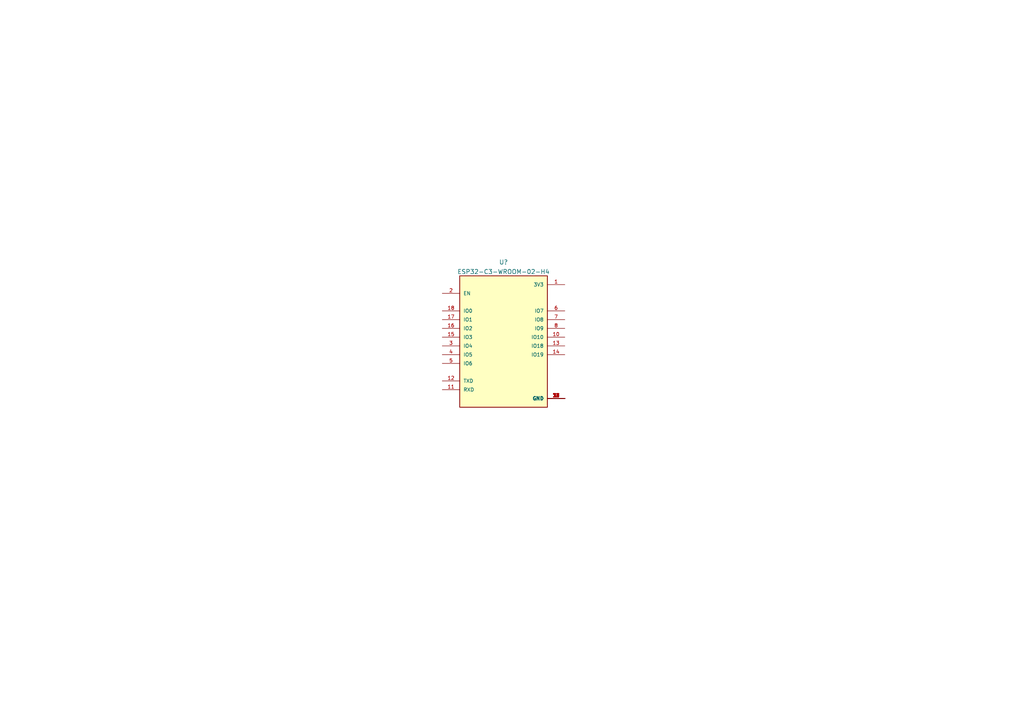
<source format=kicad_sch>
(kicad_sch (version 20211123) (generator eeschema)
  (paper "A4")
  (lib_symbols
    (symbol "ESP32-C3-WROOM-02-H4:ESP32-C3-WROOM-02-H4" (pin_names (offset 1.016))
      (property "Reference" "U" (at -12.7 21.082 0))
      (property "Value" "ESP32-C3-WROOM-02-H4" (at -12.7 -18.542 0))
      (symbol "ESP32-C3-WROOM-02-H4_0_0"
        (rectangle (start -12.7 -17.78) (end 12.7 20.32) (stroke (width 0.254)) (fill (type background)))
        (pin power_in line (at 17.78 17.78 180) (length 5.08) (name "3V3") (number "1"))
        (pin bidirectional line (at 17.78 2.54 180) (length 5.08) (name "IO10") (number "10"))
        (pin bidirectional line (at -17.78 -12.7 0) (length 5.08) (name "RXD") (number "11"))
        (pin bidirectional line (at -17.78 -10.16 0) (length 5.08) (name "TXD") (number "12"))
        (pin bidirectional line (at 17.78 0 180) (length 5.08) (name "IO18") (number "13"))
        (pin bidirectional line (at 17.78 -2.54 180) (length 5.08) (name "IO19") (number "14"))
        (pin bidirectional line (at -17.78 2.54 0) (length 5.08) (name "IO3") (number "15"))
        (pin bidirectional line (at -17.78 5.08 0) (length 5.08) (name "IO2") (number "16"))
        (pin bidirectional line (at -17.78 7.62 0) (length 5.08) (name "IO1") (number "17"))
        (pin bidirectional line (at -17.78 10.16 0) (length 5.08) (name "IO0") (number "18"))
        (pin power_in line (at 17.78 -15.24 180) (length 5.08) (name "GND") (number "19"))
        (pin input line (at -17.78 15.24 0) (length 5.08) (name "EN") (number "2"))
        (pin power_in line (at 17.78 -15.24 180) (length 5.08) (name "GND") (number "20"))
        (pin power_in line (at 17.78 -15.24 180) (length 5.08) (name "GND") (number "21"))
        (pin power_in line (at 17.78 -15.24 180) (length 5.08) (name "GND") (number "22"))
        (pin power_in line (at 17.78 -15.24 180) (length 5.08) (name "GND") (number "23"))
        (pin power_in line (at 17.78 -15.24 180) (length 5.08) (name "GND") (number "24"))
        (pin power_in line (at 17.78 -15.24 180) (length 5.08) (name "GND") (number "25"))
        (pin power_in line (at 17.78 -15.24 180) (length 5.08) (name "GND") (number "26"))
        (pin power_in line (at 17.78 -15.24 180) (length 5.08) (name "GND") (number "27"))
        (pin power_in line (at 17.78 -15.24 180) (length 5.08) (name "GND") (number "28"))
        (pin power_in line (at 17.78 -15.24 180) (length 5.08) (name "GND") (number "29"))
        (pin bidirectional line (at -17.78 0 0) (length 5.08) (name "IO4") (number "3"))
        (pin power_in line (at 17.78 -15.24 180) (length 5.08) (name "GND") (number "30"))
        (pin power_in line (at 17.78 -15.24 180) (length 5.08) (name "GND") (number "31"))
        (pin power_in line (at 17.78 -15.24 180) (length 5.08) (name "GND") (number "32"))
        (pin power_in line (at 17.78 -15.24 180) (length 5.08) (name "GND") (number "33"))
        (pin power_in line (at 17.78 -15.24 180) (length 5.08) (name "GND") (number "34"))
        (pin power_in line (at 17.78 -15.24 180) (length 5.08) (name "GND") (number "35"))
        (pin power_in line (at 17.78 -15.24 180) (length 5.08) (name "GND") (number "36"))
        (pin power_in line (at 17.78 -15.24 180) (length 5.08) (name "GND") (number "37"))
        (pin power_in line (at 17.78 -15.24 180) (length 5.08) (name "GND") (number "38"))
        (pin power_in line (at 17.78 -15.24 180) (length 5.08) (name "GND") (number "39"))
        (pin bidirectional line (at -17.78 -2.54 0) (length 5.08) (name "IO5") (number "4"))
        (pin bidirectional line (at -17.78 -5.08 0) (length 5.08) (name "IO6") (number "5"))
        (pin bidirectional line (at 17.78 10.16 180) (length 5.08) (name "IO7") (number "6"))
        (pin bidirectional line (at 17.78 7.62 180) (length 5.08) (name "IO8") (number "7"))
        (pin bidirectional line (at 17.78 5.08 180) (length 5.08) (name "IO9") (number "8"))
        (pin power_in line (at 17.78 -15.24 180) (length 5.08) (name "GND") (number "9"))
      )
    )
  )
  (symbol (lib_id "ESP32-C3-WROOM-02-H4:ESP32-C3-WROOM-02-H4") (at 146.05 100.33 0) (unit 1)
    (property "Reference" "U?" (at 146.05 76.0435 0))
    (property "Value" "ESP32-C3-WROOM-02-H4" (at 146.05 78.8186 0))
    (property "Footprint" "MODULE_ESP32-C3-WROOM-02-H4" (effects hide))
    (property "MAXIMUM_PACKAGE_HEIGHT" "3.35 mm" (effects hide))
    (property "MANUFACTURER" "Espressif" (effects hide))
    (property "PARTREV" "V1.0" (effects hide))
    (property "STANDARD" "Manufacturer Recommendations" (effects hide))
  )
)
</source>
